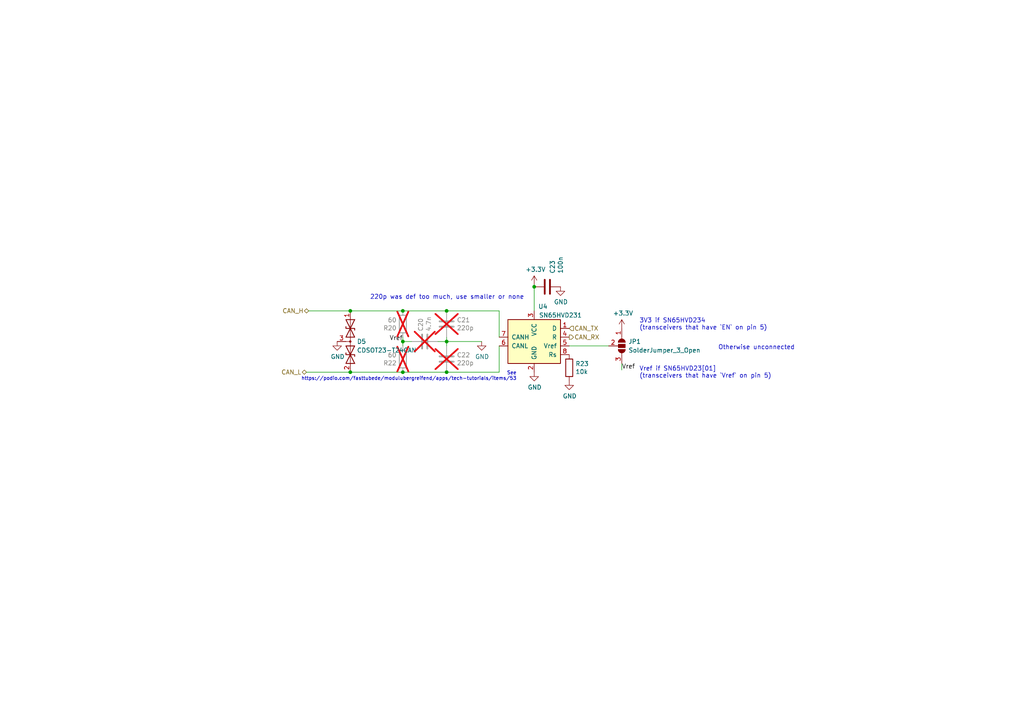
<source format=kicad_sch>
(kicad_sch (version 20231120) (generator "eeschema") (generator_version "8.0")
  (paper "A4")
  (lib_symbols
    (symbol "Device:C" (pin_numbers hide) (pin_names (offset 0.254))
      (property "Reference" "C" (at 0.635 2.54 0))
      (property "Value" "C" (at 0.635 -2.54 0))
      (symbol "C_0_1"
        (polyline (pts (xy -2.032 -0.762) (xy 2.032 -0.762)) (stroke (width 0.508)))
        (polyline (pts (xy -2.032 0.762) (xy 2.032 0.762)) (stroke (width 0.508)))
      )
      (symbol "C_1_1"
        (pin passive line (at 0 3.81 270) (length 2.794) (name "~") (number "1"))
        (pin passive line (at 0 -3.81 90) (length 2.794) (name "~") (number "2"))
      )
    )
    (symbol "Device:D_TVS_Dual_AAC" (pin_names (offset 1.016) hide)
      (property "Reference" "D" (at 0 4.445 0))
      (property "Value" "D_TVS_Dual_AAC" (at 0 2.54 0))
      (symbol "D_TVS_Dual_AAC_0_0"
        (polyline (pts (xy 0 -1.27) (xy 0 0)))
      )
      (symbol "D_TVS_Dual_AAC_0_1"
        (polyline (pts (xy -6.35 0) (xy 6.35 0)))
        (polyline (pts (xy -3.302 1.27) (xy -3.81 1.27) (xy -3.81 -1.27) (xy -4.318 -1.27)) (stroke (width 0.254)))
        (polyline (pts (xy 4.318 1.27) (xy 3.81 1.27) (xy 3.81 -1.27) (xy 3.302 -1.27)) (stroke (width 0.254)))
        (polyline (pts (xy -6.35 1.27) (xy -1.27 -1.27) (xy -1.27 1.27) (xy -6.35 -1.27) (xy -6.35 1.27)) (stroke (width 0.254)))
        (polyline (pts (xy 6.35 1.27) (xy 1.27 -1.27) (xy 1.27 1.27) (xy 6.35 -1.27) (xy 6.35 1.27)) (stroke (width 0.254)))
        (circle (center 0 0) (radius 0.254) (fill (type outline)))
      )
      (symbol "D_TVS_Dual_AAC_1_1"
        (pin passive line (at -8.89 0 0) (length 2.54) (name "A1") (number "1"))
        (pin passive line (at 8.89 0 180) (length 2.54) (name "A2") (number "2"))
        (pin input line (at 0 -3.81 90) (length 2.54) (name "common") (number "3"))
      )
    )
    (symbol "Device:R" (pin_numbers hide) (pin_names (offset 0))
      (property "Reference" "R" (at 2.032 0 90))
      (property "Value" "R" (at 0 0 90))
      (symbol "R_0_1"
        (rectangle (start -1.016 -2.54) (end 1.016 2.54) (stroke (width 0.254)))
      )
      (symbol "R_1_1"
        (pin passive line (at 0 3.81 270) (length 1.27) (name "~") (number "1"))
        (pin passive line (at 0 -3.81 90) (length 1.27) (name "~") (number "2"))
      )
    )
    (symbol "Interface_CAN_LIN:SN65HVD231" (pin_names (offset 1.016))
      (property "Reference" "U" (at -2.54 10.16 0))
      (property "Value" "SN65HVD231" (at -2.54 7.62 0))
      (symbol "SN65HVD231_0_1"
        (rectangle (start -7.62 5.08) (end 7.62 -7.62) (stroke (width 0.254)) (fill (type background)))
      )
      (symbol "SN65HVD231_1_1"
        (pin input line (at -10.16 2.54 0) (length 2.54) (name "D") (number "1"))
        (pin power_in line (at 0 -10.16 90) (length 2.54) (name "GND") (number "2"))
        (pin power_in line (at 0 7.62 270) (length 2.54) (name "VCC") (number "3"))
        (pin output line (at -10.16 0 0) (length 2.54) (name "R") (number "4"))
        (pin output line (at -10.16 -2.54 0) (length 2.54) (name "Vref") (number "5"))
        (pin bidirectional line (at 10.16 -2.54 180) (length 2.54) (name "CANL") (number "6"))
        (pin bidirectional line (at 10.16 0 180) (length 2.54) (name "CANH") (number "7"))
        (pin input line (at -10.16 -5.08 0) (length 2.54) (name "Rs") (number "8"))
      )
    )
    (symbol "Jumper:SolderJumper_3_Open" (pin_names (offset 0) hide)
      (property "Reference" "JP" (at -2.54 -2.54 0))
      (property "Value" "SolderJumper_3_Open" (at 0 2.794 0))
      (symbol "SolderJumper_3_Open_0_1"
        (arc (start -1.016 1.016) (mid -2.0276 0) (end -1.016 -1.016))
        (arc (start -1.016 1.016) (mid -2.0276 0) (end -1.016 -1.016) (fill (type outline)))
        (rectangle (start -0.508 1.016) (end 0.508 -1.016) (fill (type outline)))
        (polyline (pts (xy -2.54 0) (xy -2.032 0)))
        (polyline (pts (xy -1.016 1.016) (xy -1.016 -1.016)))
        (polyline (pts (xy 0 -1.27) (xy 0 -1.016)))
        (polyline (pts (xy 1.016 1.016) (xy 1.016 -1.016)))
        (polyline (pts (xy 2.54 0) (xy 2.032 0)))
        (arc (start 1.016 -1.016) (mid 2.0276 0) (end 1.016 1.016))
        (arc (start 1.016 -1.016) (mid 2.0276 0) (end 1.016 1.016) (fill (type outline)))
      )
      (symbol "SolderJumper_3_Open_1_1"
        (pin passive line (at -5.08 0 0) (length 2.54) (name "A") (number "1"))
        (pin passive line (at 0 -3.81 90) (length 2.54) (name "C") (number "2"))
        (pin passive line (at 5.08 0 180) (length 2.54) (name "B") (number "3"))
      )
    )
    (symbol "power:+3.3V" (power) (pin_names (offset 0))
      (property "Value" "+3.3V" (at 0 3.556 0))
      (symbol "+3.3V_0_1"
        (polyline (pts (xy -0.762 1.27) (xy 0 2.54)))
        (polyline (pts (xy 0 0) (xy 0 2.54)))
        (polyline (pts (xy 0 2.54) (xy 0.762 1.27)))
      )
      (symbol "+3.3V_1_1"
        (pin power_in line (at 0 0 90) (length 0) hide (name "+3.3V") (number "1"))
      )
    )
    (symbol "power:GND" (power) (pin_names (offset 0))
      (property "Value" "GND" (at 0 -3.81 0))
      (symbol "GND_0_1"
        (polyline (pts (xy 0 0) (xy 0 -1.27) (xy 1.27 -1.27) (xy 0 -2.54) (xy -1.27 -1.27) (xy 0 -1.27)))
      )
      (symbol "GND_1_1"
        (pin power_in line (at 0 0 270) (length 0) hide (name "GND") (number "1"))
      )
    )
  )
  (junction (at 129.54 107.95))
  (junction (at 101.6 107.95))
  (junction (at 116.84 99.06))
  (junction (at 154.94 83.185))
  (junction (at 101.6 90.17))
  (junction (at 129.54 90.17))
  (junction (at 116.84 90.17))
  (junction (at 116.84 107.95))
  (junction (at 129.54 99.06))
  (wire (pts (xy 101.6 107.95) (xy 116.84 107.95)))
  (wire (pts (xy 116.84 99.06) (xy 119.38 99.06)))
  (wire (pts (xy 144.78 90.17) (xy 144.78 97.79)))
  (wire (pts (xy 116.84 97.79) (xy 116.84 99.06)))
  (wire (pts (xy 129.54 97.79) (xy 129.54 99.06)))
  (wire (pts (xy 144.78 90.17) (xy 129.54 90.17)))
  (wire (pts (xy 89.535 90.17) (xy 101.6 90.17)))
  (wire (pts (xy 129.54 99.06) (xy 139.7 99.06)))
  (wire (pts (xy 154.94 83.185) (xy 154.94 90.17)))
  (wire (pts (xy 180.34 105.41) (xy 180.34 107.315)))
  (wire (pts (xy 116.84 100.33) (xy 116.84 99.06)))
  (wire (pts (xy 129.54 100.33) (xy 129.54 99.06)))
  (wire (pts (xy 144.78 100.33) (xy 144.78 107.95)))
  (wire (pts (xy 154.94 82.55) (xy 154.94 83.185)))
  (wire (pts (xy 144.78 107.95) (xy 129.54 107.95)))
  (wire (pts (xy 116.84 107.95) (xy 129.54 107.95)))
  (wire (pts (xy 116.84 90.17) (xy 129.54 90.17)))
  (wire (pts (xy 88.9 107.95) (xy 101.6 107.95)))
  (wire (pts (xy 127 99.06) (xy 129.54 99.06)))
  (wire (pts (xy 165.1 100.33) (xy 176.53 100.33)))
  (wire (pts (xy 101.6 90.17) (xy 116.84 90.17)))
  (text "Otherwise unconnected" (at 208.28 101.6 0) (effects (font (size 1.27 1.27)) (justify left bottom)))
  (text "Vref if SN65HVD23[01]\n(transceivers that have `Vref` on pin 5)" (at 185.42 109.855 0) (effects (font (size 1.27 1.27)) (justify left bottom)))
  (text "3V3 if SN65HVD234\n(transceivers that have `EN` on pin 5)" (at 185.42 95.885 0) (effects (font (size 1.27 1.27)) (justify left bottom)))
  (text "See\nhttps://podio.com/fasttubede/modulubergreifend/apps/tech-tutorials/items/53" (at 149.86 110.49 0) (effects (font (size 1 1)) (justify right bottom)))
  (text "220p was def too much, use smaller or none" (at 107.315 86.995 0) (effects (font (size 1.27 1.27)) (justify left bottom)))
  (label "Vref" (at 116.84 99.06 180))
  (label "Vref" (at 180.34 107.315 0))
  (hierarchical_label "CAN_RX" (shape output) (at 165.1 97.79 0))
  (hierarchical_label "CAN_H" (shape bidirectional) (at 89.535 90.17 180))
  (hierarchical_label "CAN_L" (shape bidirectional) (at 88.9 107.95 180))
  (hierarchical_label "CAN_TX" (shape input) (at 165.1 95.25 0))
  (symbol (lib_id "Device:C") (at 129.54 93.98 0) (unit 1) (dnp yes)
    (property "Reference" "C21" (at 132.461 92.8116 0) (effects (justify left)))
    (property "Value" "220p" (at 132.461 95.123 0) (effects (justify left)))
    (property "Footprint" "Capacitor_SMD:C_0603_1608Metric_Pad1.08x0.95mm_HandSolder" (effects (hide yes)))
  )
  (symbol (lib_id "power:GND") (at 165.1 110.49 0) (unit 1)
    (property "Reference" "#PWR045" (effects (hide yes)))
    (property "Value" "GND" (at 165.227 114.8842 0))
  )
  (symbol (lib_id "power:GND") (at 97.79 99.06 0) (unit 1)
    (property "Reference" "#PWR034" (effects (hide yes)))
    (property "Value" "GND" (at 97.917 103.4542 0))
  )
  (symbol (lib_id "Device:R") (at 116.84 104.14 180) (unit 1) (dnp yes)
    (property "Reference" "R22" (at 115.062 105.3084 0) (effects (justify left)))
    (property "Value" "60" (at 115.062 102.997 0) (effects (justify left)))
    (property "Footprint" "Resistor_SMD:R_0603_1608Metric_Pad0.98x0.95mm_HandSolder" (effects (hide yes)))
  )
  (symbol (lib_id "power:GND") (at 162.56 83.185 0) (unit 1)
    (property "Reference" "#PWR044" (effects (hide yes)))
    (property "Value" "GND" (at 162.687 87.5792 0))
  )
  (symbol (lib_id "Device:R") (at 165.1 106.68 0) (unit 1)
    (property "Reference" "R23" (at 166.878 105.5116 0) (effects (justify left)))
    (property "Value" "10k" (at 166.878 107.823 0) (effects (justify left)))
    (property "Footprint" "Resistor_SMD:R_0603_1608Metric_Pad0.98x0.95mm_HandSolder" (effects (hide yes)))
  )
  (symbol (lib_id "power:GND") (at 154.94 107.95 0) (unit 1)
    (property "Reference" "#PWR043" (effects (hide yes)))
    (property "Value" "GND" (at 155.067 112.3442 0))
  )
  (symbol (lib_id "power:+3.3V") (at 180.34 95.25 0) (unit 1)
    (property "Reference" "#PWR046" (effects (hide yes)))
    (property "Value" "+3.3V" (at 180.721 90.8558 0))
  )
  (symbol (lib_id "Device:C") (at 129.54 104.14 0) (unit 1) (dnp yes)
    (property "Reference" "C22" (at 132.461 102.9716 0) (effects (justify left)))
    (property "Value" "220p" (at 132.461 105.283 0) (effects (justify left)))
    (property "Footprint" "Capacitor_SMD:C_0603_1608Metric_Pad1.08x0.95mm_HandSolder" (effects (hide yes)))
  )
  (symbol (lib_id "Device:C") (at 158.75 83.185 90) (unit 1)
    (property "Reference" "C23" (at 160.2486 79.375 0) (effects (justify left)))
    (property "Value" "100n" (at 162.56 79.375 0) (effects (justify left)))
    (property "Footprint" "Capacitor_SMD:C_0603_1608Metric_Pad1.08x0.95mm_HandSolder" (effects (hide yes)))
  )
  (symbol (lib_id "power:+3.3V") (at 154.94 82.55 0) (unit 1)
    (property "Reference" "#PWR042" (effects (hide yes)))
    (property "Value" "+3.3V" (at 155.321 78.1558 0))
  )
  (symbol (lib_id "Interface_CAN_LIN:SN65HVD231") (at 154.94 97.79 0) (mirror y) (unit 1)
    (property "Reference" "U4" (at 157.48 88.9 0))
    (property "Value" "SN65HVD231" (at 162.56 91.44 0))
    (property "Footprint" "Package_SO:SOIC-8_3.9x4.9mm_P1.27mm" (effects (hide yes)))
    (property "Datasheet" "http://www.ti.com/lit/ds/symlink/sn65hvd230.pdf" (effects (hide yes)))
  )
  (symbol (lib_id "Device:D_TVS_Dual_AAC") (at 101.6 99.06 270) (unit 1)
    (property "Reference" "D5" (at 103.505 99.06 90) (effects (justify left)))
    (property "Value" "CDSOT23-T24CAN" (at 103.505 101.6 90) (effects (justify left)))
    (property "Footprint" "Package_TO_SOT_SMD:SOT-23" (effects (hide yes)))
  )
  (symbol (lib_id "Device:C") (at 123.19 99.06 90) (unit 1) (dnp yes)
    (property "Reference" "C20" (at 122.0216 96.139 0) (effects (justify left)))
    (property "Value" "4.7n" (at 124.333 96.139 0) (effects (justify left)))
    (property "Footprint" "Capacitor_SMD:C_0603_1608Metric_Pad1.08x0.95mm_HandSolder" (effects (hide yes)))
  )
  (symbol (lib_id "power:GND") (at 139.7 99.06 0) (unit 1)
    (property "Reference" "#PWR041" (effects (hide yes)))
    (property "Value" "GND" (at 139.827 103.4542 0))
  )
  (symbol (lib_id "Jumper:SolderJumper_3_Open") (at 180.34 100.33 270) (unit 1)
    (property "Reference" "JP1" (at 182.245 99.0599 90) (effects (justify left)))
    (property "Value" "SolderJumper_3_Open" (at 182.245 101.5999 90) (effects (justify left)))
    (property "Footprint" "Jumper:SolderJumper-3_P1.3mm_Open_RoundedPad1.0x1.5mm" (effects (hide yes)))
  )
  (symbol (lib_id "Device:R") (at 116.84 93.98 180) (unit 1) (dnp yes)
    (property "Reference" "R20" (at 115.062 95.1484 0) (effects (justify left)))
    (property "Value" "60" (at 115.062 92.837 0) (effects (justify left)))
    (property "Footprint" "Resistor_SMD:R_0603_1608Metric_Pad0.98x0.95mm_HandSolder" (effects (hide yes)))
  )
)
</source>
